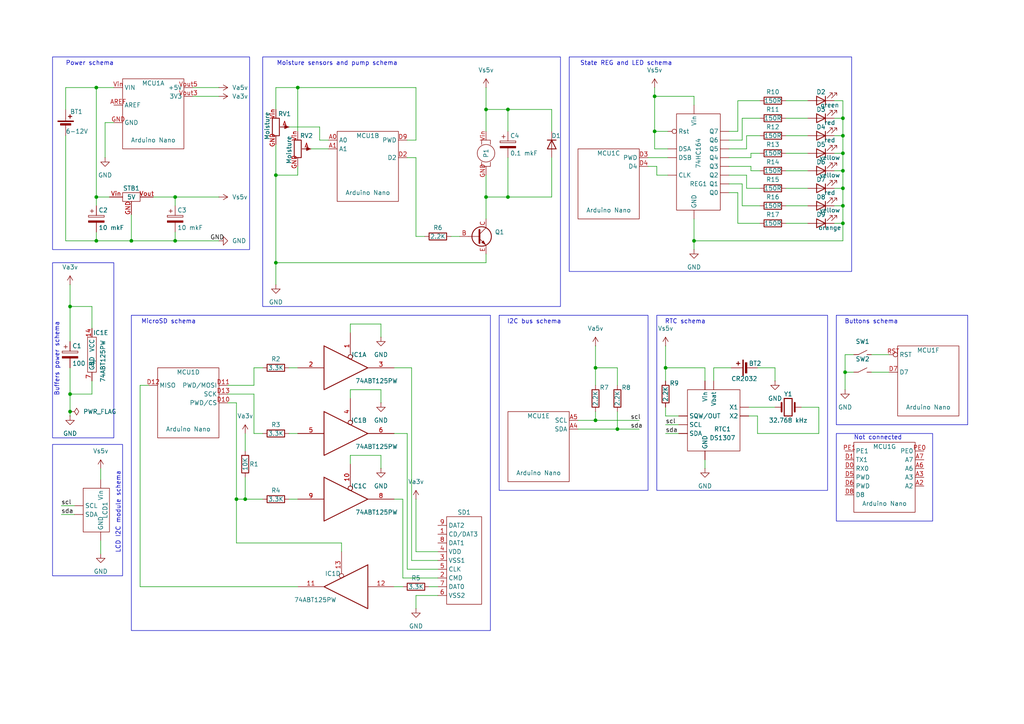
<source format=kicad_sch>
(kicad_sch (version 20250114) (generator "eeschema") (generator_version "9.0")
  (paper "A4")
  (title_block (title "AutoWater") (date "2026-01-17") (rev "0") (comment 2 "VlasovAnton"))
  (rectangle (start 165.1 16.51) (end 247.015 78.74))
  (rectangle (start 15.24 16.51) (end 72.39 72.39))
  (rectangle (start 144.78 91.44) (end 187.96 142.24))
  (rectangle (start 190.5 91.44) (end 240.03 142.24))
  (rectangle (start 76.2 16.51) (end 162.56 88.9))
  (rectangle (start 38.1 91.44) (end 142.24 182.88))
  (rectangle (start 242.57 125.73) (end 270.51 151.13))
  (rectangle (start 15.24 76.2) (end 33.02 127))
  (rectangle (start 15.24 128.905) (end 35.56 167.005))
  (rectangle (start 242.57 91.44) (end 280.67 123.19))
  (text "Power schema" (at 26.035 18.415 0) (effects (font (size 1.27 1.27))))
  (text "Buffers power schema" (at 16.51 104.14 90) (effects (font (size 1.27 1.27))))
  (text "Buttons schema" (at 252.73 93.345 0) (effects (font (size 1.27 1.27))))
  (text "RTC schema" (at 198.755 93.345 0) (effects (font (size 1.27 1.27))))
  (text "Moisture sensors and pump schema" (at 97.79 18.415 0) (effects (font (size 1.27 1.27))))
  (text "MicroSD schema" (at 48.895 93.345 0) (effects (font (size 1.27 1.27))))
  (text "State REG and LED schema" (at 181.61 18.415 0) (effects (font (size 1.27 1.27))))
  (text "LCD I2C module schema" (at 34.29 148.59 90) (effects (font (size 1.27 1.27))))
  (text "I2C bus schema" (at 154.94 93.345 0) (effects (font (size 1.27 1.27))))
  (text "Not connected" (at 254.635 127 0) (effects (font (size 1.27 1.27))))
  (junction (at 147.32 31.75))
  (junction (at 86.36 25.4))
  (junction (at 27.94 25.4))
  (junction (at 20.32 88.9))
  (junction (at 50.8 57.15))
  (junction (at 147.32 57.15))
  (junction (at 244.475 59.69))
  (junction (at 27.94 69.85))
  (junction (at 245.11 107.95))
  (junction (at 189.865 38.1))
  (junction (at 80.01 76.2))
  (junction (at 244.475 49.53))
  (junction (at 244.475 34.29))
  (junction (at 179.07 124.46))
  (junction (at 71.12 144.78))
  (junction (at 172.72 106.68))
  (junction (at 172.72 121.92))
  (junction (at 50.8 69.85))
  (junction (at 140.97 57.15))
  (junction (at 244.475 44.45))
  (junction (at 244.475 54.61))
  (junction (at 244.475 64.77))
  (junction (at 38.1 69.85))
  (junction (at 244.475 39.37))
  (junction (at 189.865 27.94))
  (junction (at 201.295 69.85))
  (junction (at 193.04 106.68))
  (junction (at 20.32 119.38))
  (junction (at 68.58 144.78))
  (junction (at 80.01 50.8))
  (junction (at 27.94 57.15))
  (junction (at 20.32 114.3))
  (junction (at 140.97 31.75))
  (wire (pts (xy 215.265 34.29) (xy 220.345 34.29)))
  (wire (pts (xy 68.58 157.48) (xy 68.58 144.78)))
  (wire (pts (xy 193.04 118.11) (xy 193.04 120.65)))
  (wire (pts (xy 252.73 102.87) (xy 257.81 102.87)))
  (wire (pts (xy 211.455 53.34) (xy 215.265 53.34)))
  (wire (pts (xy 29.21 135.89) (xy 29.21 139.065)))
  (wire (pts (xy 83.82 125.73) (xy 86.36 125.73)))
  (wire (pts (xy 33.02 35.56) (xy 30.48 35.56)))
  (wire (pts (xy 244.475 29.21) (xy 244.475 34.29)))
  (wire (pts (xy 118.11 125.73) (xy 118.11 165.1)))
  (wire (pts (xy 80.01 76.2) (xy 80.01 82.55)))
  (wire (pts (xy 227.965 39.37) (xy 234.315 39.37)))
  (wire (pts (xy 213.995 55.88) (xy 213.995 64.77)))
  (wire (pts (xy 244.475 59.69) (xy 244.475 64.77)))
  (wire (pts (xy 83.82 144.78) (xy 86.36 144.78)))
  (wire (pts (xy 245.11 107.95) (xy 247.65 107.95)))
  (wire (pts (xy 114.3 106.68) (xy 119.38 106.68)))
  (wire (pts (xy 20.32 119.38) (xy 20.32 120.65)))
  (wire (pts (xy 116.84 167.64) (xy 127 167.64)))
  (wire (pts (xy 114.3 144.78) (xy 116.84 144.78)))
  (wire (pts (xy 27.94 69.85) (xy 38.1 69.85)))
  (wire (pts (xy 119.38 162.56) (xy 127 162.56)))
  (wire (pts (xy 29.21 156.845) (xy 29.21 160.655)))
  (wire (pts (xy 227.965 54.61) (xy 234.315 54.61)))
  (wire (pts (xy 140.97 73.66) (xy 140.97 76.2)))
  (wire (pts (xy 160.02 38.1) (xy 160.02 31.75)))
  (wire (pts (xy 241.935 54.61) (xy 244.475 54.61)))
  (wire (pts (xy 227.965 59.69) (xy 234.315 59.69)))
  (wire (pts (xy 73.66 114.3) (xy 73.66 125.73)))
  (wire (pts (xy 213.995 64.77) (xy 220.345 64.77)))
  (wire (pts (xy 193.04 100.33) (xy 193.04 106.68)))
  (wire (pts (xy 227.965 64.77) (xy 234.315 64.77)))
  (wire (pts (xy 68.58 144.78) (xy 71.12 144.78)))
  (wire (pts (xy 19.05 69.85) (xy 27.94 69.85)))
  (wire (pts (xy 172.72 119.38) (xy 172.72 121.92)))
  (wire (pts (xy 160.02 45.72) (xy 160.02 57.15)))
  (wire (pts (xy 83.82 106.68) (xy 86.36 106.68)))
  (wire (pts (xy 71.12 138.43) (xy 71.12 144.78)))
  (wire (pts (xy 66.04 114.3) (xy 73.66 114.3)))
  (wire (pts (xy 213.995 38.1) (xy 211.455 38.1)))
  (wire (pts (xy 190.5 50.8) (xy 193.675 50.8)))
  (wire (pts (xy 50.8 57.15) (xy 63.5 57.15)))
  (wire (pts (xy 66.04 116.84) (xy 68.58 116.84)))
  (wire (pts (xy 189.865 38.1) (xy 189.865 43.18)))
  (wire (pts (xy 127 172.72) (xy 120.65 172.72)))
  (wire (pts (xy 26.67 88.9) (xy 20.32 88.9)))
  (wire (pts (xy 227.965 29.21) (xy 234.315 29.21)))
  (wire (pts (xy 20.32 82.55) (xy 20.32 88.9)))
  (wire (pts (xy 80.01 25.4) (xy 86.36 25.4)))
  (wire (pts (xy 99.06 160.02) (xy 99.06 157.48)))
  (wire (pts (xy 201.295 72.39) (xy 201.295 69.85)))
  (wire (pts (xy 237.49 125.73) (xy 237.49 118.11)))
  (wire (pts (xy 172.72 100.33) (xy 172.72 106.68)))
  (wire (pts (xy 110.49 93.98) (xy 110.49 97.79)))
  (wire (pts (xy 73.66 125.73) (xy 76.2 125.73)))
  (wire (pts (xy 147.32 31.75) (xy 160.02 31.75)))
  (wire (pts (xy 26.67 110.49) (xy 26.67 114.3)))
  (wire (pts (xy 216.535 50.8) (xy 216.535 54.61)))
  (wire (pts (xy 120.65 25.4) (xy 86.36 25.4)))
  (wire (pts (xy 201.295 69.85) (xy 244.475 69.85)))
  (wire (pts (xy 27.94 25.4) (xy 33.02 25.4)))
  (wire (pts (xy 147.32 45.72) (xy 147.32 57.15)))
  (wire (pts (xy 118.11 45.72) (xy 120.65 45.72)))
  (wire (pts (xy 124.46 170.18) (xy 127 170.18)))
  (wire (pts (xy 211.455 55.88) (xy 213.995 55.88)))
  (wire (pts (xy 27.94 67.31) (xy 27.94 69.85)))
  (wire (pts (xy 50.8 69.85) (xy 63.5 69.85)))
  (wire (pts (xy 179.07 124.46) (xy 185.42 124.46)))
  (wire (pts (xy 252.73 107.95) (xy 257.81 107.95)))
  (wire (pts (xy 19.05 25.4) (xy 27.94 25.4)))
  (wire (pts (xy 211.455 40.64) (xy 215.265 40.64)))
  (wire (pts (xy 193.04 106.68) (xy 193.04 110.49)))
  (wire (pts (xy 119.38 106.68) (xy 119.38 162.56)))
  (wire (pts (xy 114.3 125.73) (xy 118.11 125.73)))
  (wire (pts (xy 120.65 172.72) (xy 120.65 176.53)))
  (wire (pts (xy 118.11 165.1) (xy 127 165.1)))
  (wire (pts (xy 189.865 25.4) (xy 189.865 27.94)))
  (wire (pts (xy 179.07 106.68) (xy 179.07 111.76)))
  (wire (pts (xy 30.48 35.56) (xy 30.48 45.72)))
  (wire (pts (xy 193.04 125.73) (xy 196.85 125.73)))
  (wire (pts (xy 147.32 57.15) (xy 160.02 57.15)))
  (wire (pts (xy 116.84 144.78) (xy 116.84 167.64)))
  (wire (pts (xy 193.04 123.19) (xy 196.85 123.19)))
  (wire (pts (xy 50.8 57.15) (xy 50.8 59.69)))
  (wire (pts (xy 26.67 95.25) (xy 26.67 88.9)))
  (wire (pts (xy 232.41 118.11) (xy 237.49 118.11)))
  (wire (pts (xy 244.475 64.77) (xy 244.475 69.85)))
  (wire (pts (xy 204.47 110.49) (xy 204.47 106.68)))
  (wire (pts (xy 172.72 121.92) (xy 185.42 121.92)))
  (wire (pts (xy 27.94 57.15) (xy 27.94 59.69)))
  (wire (pts (xy 147.32 38.1) (xy 147.32 31.75)))
  (wire (pts (xy 241.935 49.53) (xy 244.475 49.53)))
  (wire (pts (xy 140.97 50.8) (xy 140.97 57.15)))
  (wire (pts (xy 216.535 54.61) (xy 220.345 54.61)))
  (wire (pts (xy 55.88 25.4) (xy 63.5 25.4)))
  (wire (pts (xy 211.455 48.26) (xy 217.805 48.26)))
  (wire (pts (xy 90.17 43.18) (xy 95.25 43.18)))
  (wire (pts (xy 217.805 44.45) (xy 217.805 45.72)))
  (wire (pts (xy 189.865 27.94) (xy 189.865 38.1)))
  (wire (pts (xy 211.455 50.8) (xy 216.535 50.8)))
  (wire (pts (xy 55.88 27.94) (xy 63.5 27.94)))
  (wire (pts (xy 241.935 64.77) (xy 244.475 64.77)))
  (wire (pts (xy 73.66 111.76) (xy 73.66 106.68)))
  (wire (pts (xy 27.94 25.4) (xy 27.94 57.15)))
  (wire (pts (xy 204.47 106.68) (xy 193.04 106.68)))
  (wire (pts (xy 212.09 106.68) (xy 207.01 106.68)))
  (wire (pts (xy 120.65 45.72) (xy 120.65 68.58)))
  (wire (pts (xy 140.97 57.15) (xy 140.97 63.5)))
  (wire (pts (xy 179.07 119.38) (xy 179.07 124.46)))
  (wire (pts (xy 80.01 25.4) (xy 80.01 31.75)))
  (wire (pts (xy 110.49 132.08) (xy 110.49 135.89)))
  (wire (pts (xy 140.97 31.75) (xy 140.97 38.1)))
  (wire (pts (xy 172.72 111.76) (xy 172.72 106.68)))
  (wire (pts (xy 215.265 59.69) (xy 220.345 59.69)))
  (wire (pts (xy 227.965 49.53) (xy 234.315 49.53)))
  (wire (pts (xy 86.36 48.26) (xy 86.36 50.8)))
  (wire (pts (xy 120.65 40.64) (xy 120.65 25.4)))
  (wire (pts (xy 215.265 53.34) (xy 215.265 59.69)))
  (wire (pts (xy 120.65 144.78) (xy 120.65 160.02)))
  (wire (pts (xy 31.75 57.15) (xy 27.94 57.15)))
  (wire (pts (xy 120.65 68.58) (xy 123.19 68.58)))
  (wire (pts (xy 207.01 106.68) (xy 207.01 110.49)))
  (wire (pts (xy 44.45 57.15) (xy 50.8 57.15)))
  (wire (pts (xy 245.11 102.87) (xy 245.11 107.95)))
  (wire (pts (xy 101.6 96.52) (xy 101.6 93.98)))
  (wire (pts (xy 187.96 48.26) (xy 190.5 48.26)))
  (wire (pts (xy 241.935 29.21) (xy 244.475 29.21)))
  (wire (pts (xy 110.49 113.03) (xy 110.49 116.84)))
  (wire (pts (xy 217.805 48.26) (xy 217.805 49.53)))
  (wire (pts (xy 20.32 106.68) (xy 20.32 114.3)))
  (wire (pts (xy 241.935 34.29) (xy 244.475 34.29)))
  (wire (pts (xy 73.66 106.68) (xy 76.2 106.68)))
  (wire (pts (xy 217.17 120.65) (xy 219.71 120.65)))
  (wire (pts (xy 66.04 111.76) (xy 73.66 111.76)))
  (wire (pts (xy 172.72 106.68) (xy 179.07 106.68)))
  (wire (pts (xy 193.675 43.18) (xy 189.865 43.18)))
  (wire (pts (xy 38.1 69.85) (xy 50.8 69.85)))
  (wire (pts (xy 71.12 144.78) (xy 76.2 144.78)))
  (wire (pts (xy 101.6 115.57) (xy 101.6 113.03)))
  (wire (pts (xy 187.96 45.72) (xy 193.675 45.72)))
  (wire (pts (xy 80.01 41.91) (xy 80.01 50.8)))
  (wire (pts (xy 86.36 25.4) (xy 86.36 38.1)))
  (wire (pts (xy 196.85 120.65) (xy 193.04 120.65)))
  (wire (pts (xy 189.865 27.94) (xy 201.295 27.94)))
  (wire (pts (xy 224.79 106.68) (xy 224.79 110.49)))
  (wire (pts (xy 101.6 132.08) (xy 110.49 132.08)))
  (wire (pts (xy 80.01 76.2) (xy 140.97 76.2)))
  (wire (pts (xy 190.5 48.26) (xy 190.5 50.8)))
  (wire (pts (xy 118.11 40.64) (xy 120.65 40.64)))
  (wire (pts (xy 201.295 27.94) (xy 201.295 30.48)))
  (wire (pts (xy 68.58 116.84) (xy 68.58 144.78)))
  (wire (pts (xy 130.81 68.58) (xy 133.35 68.58)))
  (wire (pts (xy 38.1 62.23) (xy 38.1 69.85)))
  (wire (pts (xy 213.995 38.1) (xy 213.995 29.21)))
  (wire (pts (xy 244.475 54.61) (xy 244.475 59.69)))
  (wire (pts (xy 40.64 111.76) (xy 40.64 170.18)))
  (wire (pts (xy 92.71 36.83) (xy 92.71 40.64)))
  (wire (pts (xy 80.01 50.8) (xy 80.01 76.2)))
  (wire (pts (xy 50.8 67.31) (xy 50.8 69.85)))
  (wire (pts (xy 71.12 125.73) (xy 71.12 130.81)))
  (wire (pts (xy 217.805 44.45) (xy 220.345 44.45)))
  (wire (pts (xy 19.05 25.4) (xy 19.05 31.75)))
  (wire (pts (xy 43.18 111.76) (xy 40.64 111.76)))
  (wire (pts (xy 127 160.02) (xy 120.65 160.02)))
  (wire (pts (xy 216.535 39.37) (xy 220.345 39.37)))
  (wire (pts (xy 227.965 44.45) (xy 234.315 44.45)))
  (wire (pts (xy 217.805 49.53) (xy 220.345 49.53)))
  (wire (pts (xy 167.64 121.92) (xy 172.72 121.92)))
  (wire (pts (xy 219.71 106.68) (xy 224.79 106.68)))
  (wire (pts (xy 99.06 157.48) (xy 68.58 157.48)))
  (wire (pts (xy 244.475 44.45) (xy 244.475 49.53)))
  (wire (pts (xy 17.78 149.225) (xy 21.59 149.225)))
  (wire (pts (xy 19.05 39.37) (xy 19.05 69.85)))
  (wire (pts (xy 247.65 102.87) (xy 245.11 102.87)))
  (wire (pts (xy 244.475 39.37) (xy 244.475 44.45)))
  (wire (pts (xy 216.535 39.37) (xy 216.535 43.18)))
  (wire (pts (xy 211.455 45.72) (xy 217.805 45.72)))
  (wire (pts (xy 241.935 59.69) (xy 244.475 59.69)))
  (wire (pts (xy 193.675 38.1) (xy 189.865 38.1)))
  (wire (pts (xy 227.965 34.29) (xy 234.315 34.29)))
  (wire (pts (xy 244.475 34.29) (xy 244.475 39.37)))
  (wire (pts (xy 101.6 113.03) (xy 110.49 113.03)))
  (wire (pts (xy 147.32 57.15) (xy 140.97 57.15)))
  (wire (pts (xy 40.64 170.18) (xy 86.36 170.18)))
  (wire (pts (xy 101.6 134.62) (xy 101.6 132.08)))
  (wire (pts (xy 140.97 31.75) (xy 147.32 31.75)))
  (wire (pts (xy 80.01 50.8) (xy 86.36 50.8)))
  (wire (pts (xy 114.3 170.18) (xy 116.84 170.18)))
  (wire (pts (xy 241.935 44.45) (xy 244.475 44.45)))
  (wire (pts (xy 20.32 114.3) (xy 26.67 114.3)))
  (wire (pts (xy 219.71 120.65) (xy 219.71 125.73)))
  (wire (pts (xy 219.71 125.73) (xy 237.49 125.73)))
  (wire (pts (xy 167.64 124.46) (xy 179.07 124.46)))
  (wire (pts (xy 211.455 43.18) (xy 216.535 43.18)))
  (wire (pts (xy 244.475 49.53) (xy 244.475 54.61)))
  (wire (pts (xy 217.17 118.11) (xy 224.79 118.11)))
  (wire (pts (xy 241.935 39.37) (xy 244.475 39.37)))
  (wire (pts (xy 213.995 29.21) (xy 220.345 29.21)))
  (wire (pts (xy 245.11 107.95) (xy 245.11 113.03)))
  (wire (pts (xy 20.32 114.3) (xy 20.32 119.38)))
  (wire (pts (xy 204.47 133.35) (xy 204.47 135.89)))
  (wire (pts (xy 101.6 93.98) (xy 110.49 93.98)))
  (wire (pts (xy 140.97 25.4) (xy 140.97 31.75)))
  (wire (pts (xy 201.295 63.5) (xy 201.295 69.85)))
  (wire (pts (xy 17.78 146.685) (xy 21.59 146.685)))
  (wire (pts (xy 20.32 88.9) (xy 20.32 99.06)))
  (wire (pts (xy 215.265 40.64) (xy 215.265 34.29)))
  (wire (pts (xy 83.82 36.83) (xy 92.71 36.83)))
  (wire (pts (xy 92.71 40.64) (xy 95.25 40.64)))
  (label "scl" (at 182.88 121.92 0))
  (label "sda" (at 182.88 124.46 0))
  (label "sda" (at 193.04 125.73 0))
  (label "scl" (at 193.04 123.19 0))
  (label "scl" (at 17.78 146.685 0))
  (label "GND" (at 60.96 69.85 0))
  (label "sda" (at 17.78 149.225 0))
  (symbol (lib_name "Resistor_7") (lib_id "AutoWater:Resistor") (at 193.04 114.3 270) (unit 1)
    (property "Reference" "R9" (at 195.58 111.125 90))
    (property "Value" "2.2K" (at 193.04 114.3 0))
    (property "Footprint" "AutoWater:Resistor Yageo SMD 1206" (effects (hide yes)))
    (property "Datasheet" "https://www.chipdip.ru/product/ac1206jr-072k2l-yageo-8002030474" (effects (hide yes)))
    (property "Description" "Resistor" (effects (hide yes)))
  )
  (symbol (lib_id "AutoWater:Va5v") (at 63.5 25.4 270) (unit 1)
    (property "Reference" "#PWR06" (effects (hide yes)))
    (property "Value" "Va5v" (at 67.31 25.3999 90) (effects (justify left)))
    (property "Description" "Power symbol creates a global label with name \"Va5v\"" (effects (hide yes)))
  )
  (symbol (lib_name "LED_1") (lib_id "AutoWater:LED") (at 238.125 44.45 0) (unit 1)
    (property "Reference" "D5" (at 238.125 41.91 0))
    (property "Value" "yellow" (at 240.665 45.72 0))
    (property "Footprint" "AutoWater:LED 3mm" (effects (hide yes)))
    (property "Datasheet" "https://www.chipdip.ru/product/gnl-3014yd-svetodiod-zheltyy-60-d-3mm-15mkd-585nm-g-nor-9000422962" (effects (hide yes)))
    (property "Description" "Light emitting diode" (effects (hide yes)))
  )
  (symbol (lib_id "AutoWater:Vs5v") (at 29.21 135.89 0) (unit 1)
    (property "Reference" "#PWR03" (effects (hide yes)))
    (property "Value" "Vs5v" (at 29.21 130.81 0))
    (property "Description" "Power symbol creates a global label with name \"Vs5v\"" (effects (hide yes)))
  )
  (symbol (lib_id "AutoWater:74ABT125PW") (at 99.06 170.18 0) (mirror y) (unit 4) (exclude_from_sim yes)
    (property "Reference" "IC1" (at 96.52 166.37 0))
    (property "Value" "74ABT125PW" (at 91.44 173.99 0))
    (property "Footprint" "AutoWater:Buffers TSSOP-14" (effects (hide yes)))
    (property "Datasheet" "https://www.chipdip.ru/product/74abt125pw-118-chetyre-bufernyh-elementa-drayvera-nexperia-9000771662" (effects (hide yes)))
  )
  (symbol (lib_name "Resistor_4") (lib_id "AutoWater:Resistor") (at 80.01 125.73 0) (unit 1)
    (property "Reference" "R3" (at 80.01 123.19 0))
    (property "Value" "3.3K" (at 80.01 125.73 0))
    (property "Footprint" "AutoWater:Resistor Yageo SMD 0805" (effects (hide yes)))
    (property "Datasheet" "https://www.chipdip.ru/product/rc0805fr-103k3l-yageo-8002004125" (effects (hide yes)))
    (property "Description" "Resistor" (effects (hide yes)))
  )
  (symbol (lib_id "power:GND") (at 63.5 69.85 90) (unit 1)
    (property "Reference" "#PWR09" (effects (hide yes)))
    (property "Value" "GND" (at 67.31 69.8499 90) (effects (justify right)))
    (property "Description" "Power symbol creates a global label with name \"GND\" , ground" (effects (hide yes)))
  )
  (symbol (lib_name "LED_1") (lib_id "AutoWater:LED") (at 238.125 29.21 0) (unit 1)
    (property "Reference" "D2" (at 238.125 26.67 0))
    (property "Value" "green" (at 240.665 30.48 0))
    (property "Footprint" "AutoWater:LED 3mm" (effects (hide yes)))
    (property "Datasheet" "https://www.chipdip.ru/product/gnl-3014gd-svetodiod-zelenyy-60-d-3mm-30-50mkd-565nm-g-nor-9000422961" (effects (hide yes)))
    (property "Description" "Light emitting diode" (effects (hide yes)))
  )
  (symbol (lib_id "AutoWater:Arduino Nano V3 Type-C parts") (at 260.35 100.33 0) (unit 6)
    (property "Reference" "MCU1" (at 269.24 101.6 0))
    (property "Value" "Arduino Nano" (at 269.24 118.11 0))
    (property "Footprint" "AutoWater:Arduino Nano V3 Type C PBS" (effects (hide yes)))
    (property "Description" "Arduino Nano V3 Type-C" (effects (hide yes)))
  )
  (symbol (lib_id "power:GND") (at 110.49 135.89 0) (unit 1)
    (property "Reference" "#PWR014" (effects (hide yes)))
    (property "Value" "GND" (at 110.49 140.97 0))
    (property "Description" "Power symbol creates a global label with name \"GND\" , ground" (effects (hide yes)))
  )
  (symbol (lib_id "AutoWater:74ABT125PW") (at 101.6 106.68 0) (unit 1) (exclude_from_sim yes)
    (property "Reference" "IC1" (at 104.14 102.87 0))
    (property "Value" "74ABT125PW" (at 109.22 110.49 0))
    (property "Footprint" "AutoWater:Buffers TSSOP-14" (effects (hide yes)))
    (property "Datasheet" "https://www.chipdip.ru/product/74abt125pw-118-chetyre-bufernyh-elementa-drayvera-nexperia-9000771662" (effects (hide yes)))
  )
  (symbol (lib_id "AutoWater:Vs5v") (at 140.97 25.4 0) (unit 1)
    (property "Reference" "#PWR017" (effects (hide yes)))
    (property "Value" "Vs5v" (at 140.97 20.32 0))
    (property "Description" "Power symbol creates a global label with name \"Vs5v\"" (effects (hide yes)))
  )
  (symbol (lib_name "Capacitor_1") (lib_id "AutoWater:Capacitor") (at 27.94 63.5 0) (unit 1)
    (property "Reference" "C2" (at 28.575 60.96 0) (effects (justify left)))
    (property "Value" "10 mkF" (at 28.575 66.04 0) (effects (justify left)))
    (property "Footprint" "AutoWater:Capacitor Murata SMD 0603" (effects (hide yes)))
    (property "Datasheet" "https://www.chipdip.ru/product/10-mkf-x5r-25v-0603-grm188r61e106ka73d-kondensator-murata-9000600378" (effects (hide yes)))
    (property "Description" "Capacitor" (effects (hide yes)))
  )
  (symbol (lib_name "Resistor_4") (lib_id "AutoWater:Resistor") (at 120.65 170.18 0) (unit 1)
    (property "Reference" "R5" (at 120.65 167.64 0))
    (property "Value" "3.3K" (at 120.65 170.18 0))
    (property "Footprint" "AutoWater:Resistor Yageo SMD 0805" (effects (hide yes)))
    (property "Datasheet" "https://www.chipdip.ru/product/rc0805fr-103k3l-yageo-8002004125" (effects (hide yes)))
    (property "Description" "Resistor" (effects (hide yes)))
  )
  (symbol (lib_id "AutoWater:Power") (at 19.05 35.56 270) (unit 1)
    (property "Reference" "BT1" (at 20.32 32.385 90) (effects (justify left)))
    (property "Value" "6-12V" (at 19.05 38.1 90) (effects (justify left)))
    (property "Footprint" "AutoWater:Connector 5.5x2.1 DS-201" (effects (hide yes)))
    (property "Datasheet" "https://www.chipdip.ru/product/ds-201-gnezdo-pitaniya-2-1x5-5mm-na-platu-dragon-city-289923115" (effects (hide yes)))
    (property "Description" "Power" (effects (hide yes)))
  )
  (symbol (lib_name "Resistor_2") (lib_id "AutoWater:Resistor") (at 224.155 59.69 0) (unit 1)
    (property "Reference" "R16" (at 224.155 57.15 0))
    (property "Value" "150R" (at 224.155 59.69 0))
    (property "Footprint" "AutoWater:Resistor Yageo SMD 1206" (effects (hide yes)))
    (property "Datasheet" "https://www.chipdip.ru/product/ac1206fr-07150rl-yageo-8002025520" (effects (hide yes)))
    (property "Description" "Resistor" (effects (hide yes)))
  )
  (symbol (lib_name "LED_1") (lib_id "AutoWater:LED") (at 238.125 49.53 0) (unit 1)
    (property "Reference" "D6" (at 238.125 46.99 0))
    (property "Value" "yellow" (at 240.665 50.8 0))
    (property "Footprint" "AutoWater:LED 3mm" (effects (hide yes)))
    (property "Datasheet" "https://www.chipdip.ru/product/gnl-3014yd-svetodiod-zheltyy-60-d-3mm-15mkd-585nm-g-nor-9000422962" (effects (hide yes)))
    (property "Description" "Light emitting diode" (effects (hide yes)))
  )
  (symbol (lib_name "Resistor_2") (lib_id "AutoWater:Resistor") (at 224.155 64.77 0) (unit 1)
    (property "Reference" "R17" (at 224.155 62.23 0))
    (property "Value" "150R" (at 224.155 64.77 0))
    (property "Footprint" "AutoWater:Resistor Yageo SMD 1206" (effects (hide yes)))
    (property "Datasheet" "https://www.chipdip.ru/product/ac1206fr-07150rl-yageo-8002025520" (effects (hide yes)))
    (property "Description" "Resistor" (effects (hide yes)))
  )
  (symbol (lib_name "Resistor_2") (lib_id "AutoWater:Resistor") (at 224.155 39.37 0) (unit 1)
    (property "Reference" "R12" (at 224.155 36.83 0))
    (property "Value" "150R" (at 224.155 39.37 0))
    (property "Footprint" "AutoWater:Resistor Yageo SMD 1206" (effects (hide yes)))
    (property "Datasheet" "https://www.chipdip.ru/product/ac1206fr-07150rl-yageo-8002025520" (effects (hide yes)))
    (property "Description" "Resistor" (effects (hide yes)))
  )
  (symbol (lib_name "Resistor_2") (lib_id "AutoWater:Resistor") (at 224.155 49.53 0) (unit 1)
    (property "Reference" "R14" (at 224.155 46.99 0))
    (property "Value" "150R" (at 224.155 49.53 0))
    (property "Footprint" "AutoWater:Resistor Yageo SMD 1206" (effects (hide yes)))
    (property "Datasheet" "https://www.chipdip.ru/product/ac1206fr-07150rl-yageo-8002025520" (effects (hide yes)))
    (property "Description" "Resistor" (effects (hide yes)))
  )
  (symbol (lib_name "LED_1") (lib_id "AutoWater:LED") (at 238.125 64.77 0) (unit 1)
    (property "Reference" "D9" (at 238.125 62.23 0))
    (property "Value" "orange" (at 240.665 66.04 0))
    (property "Footprint" "AutoWater:LED 3mm" (effects (hide yes)))
    (property "Datasheet" "https://www.chipdip.ru/product/gnl-3014uec-svetodiod-oranzhevyy-25-d-3mm-150mkd-g-nor-9000423001" (effects (hide yes)))
    (property "Description" "Light emitting diode" (effects (hide yes)))
  )
  (symbol (lib_name "Stabalizer voltage_1") (lib_id "AutoWater:Stabalizer voltage") (at 38.1 57.15 0) (unit 1)
    (property "Reference" "STB1" (at 38.1 54.61 0))
    (property "Value" "5V" (at 38.1 57.15 0))
    (property "Footprint" "AutoWater:Stabilizer 5V AMS1117-5.0S SMD" (effects (hide yes)))
    (property "Datasheet" "https://www.chipdip.ru/product/ams1117-5.0s-stabilizator-napryazheniya-5v-1a-sot-89-umw-9001333446" (effects (hide yes)))
    (property "Description" "Stabilizer voltage" (effects (hide yes)))
  )
  (symbol (lib_id "AutoWater:Vs5v") (at 189.865 25.4 0) (unit 1)
    (property "Reference" "#PWR019" (effects (hide yes)))
    (property "Value" "Vs5v" (at 189.865 20.32 0))
    (property "Description" "Power symbol creates a global label with name \"Vs5v\"" (effects (hide yes)))
  )
  (symbol (lib_id "AutoWater:Arduino Nano V3 Type-C parts") (at 45.72 106.68 0) (unit 4)
    (property "Reference" "MCU1" (at 54.61 107.95 0))
    (property "Value" "Arduino Nano" (at 54.61 124.46 0))
    (property "Footprint" "AutoWater:Arduino Nano V3 Type C PBS" (effects (hide yes)))
    (property "Description" "Arduino Nano V3 Type-C" (effects (hide yes)))
  )
  (symbol (lib_id "AutoWater:74ABT125PW") (at 26.67 102.87 0) (unit 5) (exclude_from_sim yes)
    (property "Reference" "IC1" (at 29.21 96.52 0))
    (property "Value" "74ABT125PW" (at 29.845 104.775 90))
    (property "Footprint" "AutoWater:Buffers TSSOP-14" (effects (hide yes)))
    (property "Datasheet" "https://www.chipdip.ru/product/74abt125pw-118-chetyre-bufernyh-elementa-drayvera-nexperia-9000771662" (effects (hide yes)))
  )
  (symbol (lib_id "power:GND") (at 110.49 97.79 0) (unit 1)
    (property "Reference" "#PWR012" (effects (hide yes)))
    (property "Value" "GND" (at 110.49 102.87 0))
    (property "Description" "Power symbol creates a global label with name \"GND\" , ground" (effects (hide yes)))
  )
  (symbol (lib_id "AutoWater:Diode") (at 160.02 41.91 270) (unit 1)
    (property "Reference" "D1" (at 161.29 39.37 90))
    (property "Value" "1N4001G" (effects (hide yes)))
    (property "Footprint" "AutoWater:DIode 1N4001G THT min" (effects (hide yes)))
    (property "Datasheet" "https://www.chipdip.ru/product/1n4001g-on-semiconductor-8002986002" (effects (hide yes)))
    (property "Description" "Diode" (effects (hide yes)))
    (property "Sim.Device" "D" (effects (hide yes)))
    (property "Sim.Pins" "1=K 2=A" (effects (hide yes)))
  )
  (symbol (lib_name "Transistor NPN_1") (lib_id "AutoWater:Transistor NPN") (at 138.43 68.58 0) (unit 1)
    (property "Reference" "Q1" (at 143.51 67.31 0) (effects (justify left)))
    (property "Value" "BC817-25" (effects (hide yes)))
    (property "Footprint" "AutoWater:NPN transistor BC817-25" (effects (hide yes)))
    (property "Datasheet" "https://www.chipdip.ru/product/bc817-25-215-tranzistor-npn-45v-0.5a-0.31vt-sot-23-nexperia-113261264" (effects (hide yes)))
    (property "Description" "NPN bipolar junction transistor" (effects (hide yes)))
  )
  (symbol (lib_id "power:GND") (at 245.11 113.03 0) (unit 1)
    (property "Reference" "#PWR024" (effects (hide yes)))
    (property "Value" "GND" (at 245.11 118.11 0))
    (property "Description" "Power symbol creates a global label with name \"GND\" , ground" (effects (hide yes)))
  )
  (symbol (lib_id "power:GND") (at 80.01 82.55 0) (unit 1)
    (property "Reference" "#PWR011" (effects (hide yes)))
    (property "Value" "GND" (at 80.01 87.63 0))
    (property "Description" "Power symbol creates a global label with name \"GND\" , ground" (effects (hide yes)))
  )
  (symbol (lib_id "power:GND") (at 204.47 135.89 0) (unit 1)
    (property "Reference" "#PWR022" (effects (hide yes)))
    (property "Value" "GND" (at 204.47 140.97 0))
    (property "Description" "Power symbol creates a global label with name \"GND\" , ground" (effects (hide yes)))
  )
  (symbol (lib_name "Button_1") (lib_id "AutoWater:Button") (at 250.19 102.87 0) (unit 1)
    (property "Reference" "SW1" (at 250.19 99.06 0))
    (property "Value" "Button" (effects (hide yes)))
    (property "Footprint" "AutoWater:PLS-2" (effects (hide yes)))
    (property "Description" "Button" (effects (hide yes)))
  )
  (symbol (lib_id "AutoWater:Arduino Nano V3 Type-C parts") (at 147.32 119.38 0) (unit 5)
    (property "Reference" "MCU1" (at 156.21 120.65 0))
    (property "Value" "Arduino Nano" (at 156.21 137.16 0))
    (property "Footprint" "AutoWater:Arduino Nano V3 Type C PBS" (effects (hide yes)))
    (property "Description" "Arduino Nano V3 Type-C" (effects (hide yes)))
  )
  (symbol (lib_id "AutoWater:LCD I2C module") (at 24.13 141.605 0) (unit 1)
    (property "Reference" "LCD1" (at 30.48 147.955 90))
    (property "Value" "LCD I2C module" (effects (hide yes)))
    (property "Footprint" "AutoWater:PLS-4" (effects (hide yes)))
    (property "Datasheet" "https://roboshop.spb.ru/display/simvolnye-displei/1602-konverter" (effects (hide yes)))
  )
  (symbol (lib_id "AutoWater:Vs5v") (at 63.5 57.15 270) (unit 1)
    (property "Reference" "#PWR08" (effects (hide yes)))
    (property "Value" "Vs5v" (at 67.31 57.1499 90) (effects (justify left)))
    (property "Description" "Power symbol creates a global label with name \"Vs5v\"" (effects (hide yes)))
  )
  (symbol (lib_name "RTC DS1307_1") (lib_id "AutoWater:RTC DS1307") (at 199.39 113.03 0) (unit 1)
    (property "Reference" "RTC1" (at 209.55 124.46 0))
    (property "Value" "DS1307" (at 209.55 127 0))
    (property "Footprint" "AutoWater:RTC DS1307 DIP" (effects (hide yes)))
    (property "Datasheet" "https://roboshop.spb.ru/radio/mikroskhemy/real-time-clock/ds1307" (effects (hide yes)))
    (property "Description" "Real Time Clock DS1307" (effects (hide yes)))
  )
  (symbol (lib_name "Shift register_1") (lib_id "AutoWater:Shift register") (at 196.215 33.02 0) (unit 1)
    (property "Reference" "REG1" (at 202.565 53.34 0))
    (property "Value" "74HC164" (at 202.565 44.45 90))
    (property "Footprint" "AutoWater:Register 74HC164M SOP-14" (effects (hide yes)))
    (property "Datasheet" "https://www.chipdip.ru/product/74hc164m-tr-8-bit-posledovatelnyy-sdvigovyy-registr-hgsemi-9001240838" (effects (hide yes)))
    (property "Description" "Shift register 8 bit" (effects (hide yes)))
  )
  (symbol (lib_id "power:GND") (at 120.65 176.53 0) (unit 1)
    (property "Reference" "#PWR016" (effects (hide yes)))
    (property "Value" "GND" (at 120.65 181.61 0))
    (property "Description" "Power symbol creates a global label with name \"GND\" , ground" (effects (hide yes)))
  )
  (symbol (lib_id "power:GND") (at 30.48 45.72 0) (unit 1)
    (property "Reference" "#PWR05" (effects (hide yes)))
    (property "Value" "GND" (at 30.48 50.8 0))
    (property "Description" "Power symbol creates a global label with name \"GND\" , ground" (effects (hide yes)))
  )
  (symbol (lib_id "AutoWater:Va3v") (at 120.65 144.78 0) (unit 1)
    (property "Reference" "#PWR015" (effects (hide yes)))
    (property "Value" "Va3v" (at 120.65 139.7 0))
    (property "Description" "Power symbol creates a global label with name \"Va3v\"" (effects (hide yes)))
  )
  (symbol (lib_name "Capacitor_1") (lib_id "AutoWater:Capacitor") (at 50.8 63.5 0) (unit 1)
    (property "Reference" "C3" (at 51.435 60.96 0) (effects (justify left)))
    (property "Value" "10 mkF" (at 51.435 66.04 0) (effects (justify left)))
    (property "Footprint" "AutoWater:Capacitor Murata SMD 0603" (effects (hide yes)))
    (property "Datasheet" "https://www.chipdip.ru/product/10-mkf-x5r-25v-0603-grm188r61e106ka73d-kondensator-murata-9000600378" (effects (hide yes)))
    (property "Description" "Capacitor" (effects (hide yes)))
  )
  (symbol (lib_name "Resistor_2") (lib_id "AutoWater:Resistor") (at 224.155 34.29 0) (unit 1)
    (property "Reference" "R11" (at 224.155 31.75 0))
    (property "Value" "150R" (at 224.155 34.29 0))
    (property "Footprint" "AutoWater:Resistor Yageo SMD 1206" (effects (hide yes)))
    (property "Datasheet" "https://www.chipdip.ru/product/ac1206fr-07150rl-yageo-8002025520" (effects (hide yes)))
    (property "Description" "Resistor" (effects (hide yes)))
  )
  (symbol (lib_id "AutoWater:74ABT125PW") (at 101.6 144.78 0) (unit 3) (exclude_from_sim yes)
    (property "Reference" "IC1" (at 104.14 140.97 0))
    (property "Value" "74ABT125PW" (at 109.22 148.59 0))
    (property "Footprint" "AutoWater:Buffers TSSOP-14" (effects (hide yes)))
    (property "Datasheet" "https://www.chipdip.ru/product/74abt125pw-118-chetyre-bufernyh-elementa-drayvera-nexperia-9000771662" (effects (hide yes)))
  )
  (symbol (lib_id "power:GND") (at 224.79 110.49 0) (unit 1)
    (property "Reference" "#PWR023" (effects (hide yes)))
    (property "Value" "GND" (at 224.79 115.57 0))
    (property "Description" "Power symbol creates a global label with name \"GND\" , ground" (effects (hide yes)))
  )
  (symbol (lib_name "Button_1") (lib_id "AutoWater:Button") (at 250.19 107.95 0) (unit 1)
    (property "Reference" "SW2" (at 250.19 104.14 0))
    (property "Value" "Button" (effects (hide yes)))
    (property "Footprint" "AutoWater:PLS-2" (effects (hide yes)))
    (property "Description" "Button" (effects (hide yes)))
  )
  (symbol (lib_name "Resistor_1") (lib_id "AutoWater:Resistor") (at 127 68.58 0) (unit 1)
    (property "Reference" "R6" (at 127 66.04 0))
    (property "Value" "2.2K" (at 127 68.58 0))
    (property "Footprint" "AutoWater:Resistor Yageo SMD 1206" (effects (hide yes)))
    (property "Datasheet" "https://www.chipdip.ru/product/ac1206jr-072k2l-yageo-8002030474" (effects (hide yes)))
    (property "Description" "Resistor" (effects (hide yes)))
  )
  (symbol (lib_id "AutoWater:74ABT125PW") (at 101.6 125.73 0) (unit 2) (exclude_from_sim yes)
    (property "Reference" "IC1" (at 104.14 121.92 0))
    (property "Value" "74ABT125PW" (at 109.22 129.54 0))
    (property "Footprint" "AutoWater:Buffers TSSOP-14" (effects (hide yes)))
    (property "Datasheet" "https://www.chipdip.ru/product/74abt125pw-118-chetyre-bufernyh-elementa-drayvera-nexperia-9000771662" (effects (hide yes)))
  )
  (symbol (lib_id "power:GND") (at 201.295 72.39 0) (unit 1)
    (property "Reference" "#PWR021" (effects (hide yes)))
    (property "Value" "GND" (at 201.295 77.47 0))
    (property "Description" "Power symbol creates a global label with name \"GND\" , ground" (effects (hide yes)))
  )
  (symbol (lib_id "AutoWater:Arduino Nano V3 Type-C parts") (at 97.79 38.1 0) (unit 2)
    (property "Reference" "MCU1" (at 106.68 39.37 0))
    (property "Value" "Arduino Nano" (at 106.68 55.88 0))
    (property "Footprint" "AutoWater:Arduino Nano V3 Type C PBS" (effects (hide yes)))
    (property "Description" "Arduino Nano V3 Type-C" (effects (hide yes)))
  )
  (symbol (lib_id "AutoWater:Sensor module") (at 86.36 43.18 0) (unit 1)
    (property "Reference" "RV2" (at 88.9 39.37 0))
    (property "Value" "Moisture" (at 83.82 39.37 90) (effects (justify right)))
    (property "Footprint" "AutoWater:PLS-3" (effects (hide yes)))
    (property "Description" "Sensor" (effects (hide yes)))
  )
  (symbol (lib_name "Capacitor_3") (lib_id "AutoWater:Capacitor") (at 147.32 41.91 0) (unit 1)
    (property "Reference" "C4" (at 147.955 39.37 0) (effects (justify left)))
    (property "Value" "0.1 mkF" (at 147.955 44.45 0) (effects (justify left)))
    (property "Footprint" "AutoWater:Capacitor Murata SMD 0402" (effects (hide yes)))
    (property "Datasheet" "https://www.chipdip.ru/product/0.1-mkf-x7r-25v-10-0402-grm155r71e104ke14d-murata-9000295904" (effects (hide yes)))
    (property "Description" "Capacitor" (effects (hide yes)))
  )
  (symbol (lib_id "AutoWater:Sensor module") (at 80.01 36.83 0) (unit 1)
    (property "Reference" "RV1" (at 82.55 33.02 0))
    (property "Value" "Moisture" (at 77.47 32.385 90) (effects (justify right)))
    (property "Footprint" "AutoWater:PLS-3" (effects (hide yes)))
    (property "Description" "Moisture sensor" (effects (hide yes)))
  )
  (symbol (lib_name "Pump_1") (lib_id "AutoWater:Pump") (at 140.97 44.45 270) (unit 1)
    (property "Reference" "P1" (at 140.97 44.45 0))
    (property "Value" "Pump" (effects (hide yes)))
    (property "Footprint" "AutoWater:Connector B2B-XH-A" (effects (hide yes)))
    (property "Datasheet" "https://roboshop.spb.ru/mechanics/pompy/small-water-pomp" (effects (hide yes)))
    (property "Description" "Water pump 5V" (effects (hide yes)))
  )
  (symbol (lib_id "power:PWR_FLAG") (at 20.32 119.38 270) (unit 1)
    (property "Reference" "#FLG01" (effects (hide yes)))
    (property "Value" "PWR_FLAG" (at 24.13 119.3799 90) (effects (justify left)))
    (property "Description" "Special symbol for telling ERC where power comes from" (effects (hide yes)))
  )
  (symbol (lib_name "Power_1") (lib_id "AutoWater:Power") (at 215.9 106.68 0) (unit 1)
    (property "Reference" "BT2" (at 217.17 105.41 0) (effects (justify left)))
    (property "Value" "CR2032" (at 212.09 109.855 0) (effects (justify left)))
    (property "Footprint" "AutoWater:Batary box CR2032" (effects (hide yes)))
    (property "Datasheet" "https://www.chipdip.ru/product/l-kls5-cr2032-11-panel-bat-2032-bth-v47-20-kls-8040391090" (effects (hide yes)))
    (property "Description" "Power" (effects (hide yes)))
  )
  (symbol (lib_id "AutoWater:Vs5v") (at 193.04 100.33 0) (unit 1)
    (property "Reference" "#PWR020" (effects (hide yes)))
    (property "Value" "Vs5v" (at 193.04 95.25 0))
    (property "Description" "Power symbol creates a global label with name \"Vs5v\"" (effects (hide yes)))
  )
  (symbol (lib_name "LED_2") (lib_id "AutoWater:LED") (at 238.125 39.37 0) (unit 1)
    (property "Reference" "D4" (at 238.125 36.83 0))
    (property "Value" "red" (at 240.665 40.64 0))
    (property "Footprint" "AutoWater:LED 3mm" (effects (hide yes)))
    (property "Datasheet" "https://www.chipdip.ru/product/gnl-3014hd-svetodiod-krasnyy-60-d-3mm-5-10mkd-700nm-g-nor-9000422960" (effects (hide yes)))
    (property "Description" "Light emitting diode" (effects (hide yes)))
  )
  (symbol (lib_name "Capacitor_2") (lib_id "AutoWater:Capacitor") (at 20.32 102.87 0) (unit 1)
    (property "Reference" "C1" (at 20.955 100.33 0) (effects (justify left)))
    (property "Value" "100 nF" (at 20.955 105.41 0) (effects (justify left)))
    (property "Footprint" "AutoWater:Capacitor Murata SMD 0402" (effects (hide yes)))
    (property "Datasheet" "https://www.chipdip.ru/product/0.1-mkf-x7r-25v-10-0402-grm155r71e104ke14d-murata-9000295904" (effects (hide yes)))
    (property "Description" "Capacitor ceramic SMD 0805" (effects (hide yes)))
  )
  (symbol (lib_name "LED_1") (lib_id "AutoWater:LED") (at 238.125 59.69 0) (unit 1)
    (property "Reference" "D8" (at 238.125 57.15 0))
    (property "Value" "yellow" (at 240.665 60.96 0))
    (property "Footprint" "AutoWater:LED 3mm" (effects (hide yes)))
    (property "Datasheet" "https://www.chipdip.ru/product/gnl-3014yd-svetodiod-zheltyy-60-d-3mm-15mkd-585nm-g-nor-9000422962" (effects (hide yes)))
    (property "Description" "Light emitting diode" (effects (hide yes)))
  )
  (symbol (lib_name "Resistor_6") (lib_id "AutoWater:Resistor") (at 172.72 115.57 270) (unit 1)
    (property "Reference" "R7" (at 175.26 112.395 90))
    (property "Value" "2.2K" (at 172.72 115.57 0))
    (property "Footprint" "AutoWater:Resistor Yageo SMD 1206" (effects (hide yes)))
    (property "Datasheet" "https://www.chipdip.ru/product/ac1206jr-072k2l-yageo-8002030474" (effects (hide yes)))
    (property "Description" "Resistor" (effects (hide yes)))
  )
  (symbol (lib_name "Resistor_4") (lib_id "AutoWater:Resistor") (at 80.01 106.68 0) (unit 1)
    (property "Reference" "R2" (at 80.01 104.14 0))
    (property "Value" "3.3K" (at 80.01 106.68 0))
    (property "Footprint" "AutoWater:Resistor Yageo SMD 0805" (effects (hide yes)))
    (property "Datasheet" "https://www.chipdip.ru/product/rc0805fr-103k3l-yageo-8002004125" (effects (hide yes)))
    (property "Description" "Resistor" (effects (hide yes)))
  )
  (symbol (lib_name "LED_1") (lib_id "AutoWater:LED") (at 238.125 54.61 0) (unit 1)
    (property "Reference" "D7" (at 238.125 52.07 0))
    (property "Value" "red" (at 240.665 55.88 0))
    (property "Footprint" "AutoWater:LED 3mm" (effects (hide yes)))
    (property "Description" "Light emitting diode" (effects (hide yes)))
  )
  (symbol (lib_name "Resistor_2") (lib_id "AutoWater:Resistor") (at 224.155 44.45 0) (unit 1)
    (property "Reference" "R13" (at 224.155 41.91 0))
    (property "Value" "150R" (at 224.155 44.45 0))
    (property "Footprint" "AutoWater:Resistor Yageo SMD 1206" (effects (hide yes)))
    (property "Datasheet" "https://www.chipdip.ru/product/ac1206fr-07150rl-yageo-8002025520" (effects (hide yes)))
    (property "Description" "Resistor" (effects (hide yes)))
  )
  (symbol (lib_id "AutoWater:Va5v") (at 172.72 100.33 0) (unit 1)
    (property "Reference" "#PWR018" (effects (hide yes)))
    (property "Value" "Va5v" (at 172.72 95.25 0))
    (property "Description" "Power symbol creates a global label with name \"Va5v\"" (effects (hide yes)))
  )
  (symbol (lib_name "Resistor_6") (lib_id "AutoWater:Resistor") (at 179.07 115.57 270) (unit 1)
    (property "Reference" "R8" (at 181.61 112.395 90))
    (property "Value" "2.2K" (at 179.07 115.57 0))
    (property "Footprint" "AutoWater:Resistor Yageo SMD 1206" (effects (hide yes)))
    (property "Datasheet" "https://www.chipdip.ru/product/ac1206jr-072k2l-yageo-8002030474" (effects (hide yes)))
    (property "Description" "Resistor" (effects (hide yes)))
  )
  (symbol (lib_name "Resistor_2") (lib_id "AutoWater:Resistor") (at 224.155 29.21 0) (unit 1)
    (property "Reference" "R10" (at 224.155 26.67 0))
    (property "Value" "150R" (at 224.155 29.21 0))
    (property "Footprint" "AutoWater:Resistor Yageo SMD 1206" (effects (hide yes)))
    (property "Datasheet" "https://www.chipdip.ru/product/ac1206fr-07150rl-yageo-8002025520" (effects (hide yes)))
    (property "Description" "Resistor" (effects (hide yes)))
  )
  (symbol (lib_id "power:GND") (at 20.32 120.65 0) (unit 1)
    (property "Reference" "#PWR02" (effects (hide yes)))
    (property "Value" "GND" (at 20.32 125.73 0))
    (property "Description" "Power symbol creates a global label with name \"GND\" , ground" (effects (hide yes)))
  )
  (symbol (lib_id "AutoWater:Crystal") (at 228.6 118.11 0) (unit 1)
    (property "Reference" "Y1" (at 228.6 114.3 0))
    (property "Value" "32.768 kHz" (at 228.6 121.92 0))
    (property "Footprint" "AutoWater:Crystal 32768 SMD" (effects (hide yes)))
    (property "Datasheet" "https://www.chipdip.ru/product/smd-rezonator-kse-7r32768kdy2400a3-keen-side-9001296748" (effects (hide yes)))
    (property "Description" "Two pin crystal" (effects (hide yes)))
  )
  (symbol (lib_id "AutoWater:Arduino Nano V3 Type-C parts") (at 247.65 128.27 0) (unit 7)
    (property "Reference" "MCU1" (at 256.54 129.54 0))
    (property "Value" "Arduino Nano" (at 256.54 146.05 0))
    (property "Footprint" "AutoWater:Arduino Nano V3 Type C PBS" (effects (hide yes)))
    (property "Description" "Arduino Nano V3 Type-C" (effects (hide yes)))
  )
  (symbol (lib_id "AutoWater:Va3v") (at 20.32 82.55 0) (unit 1)
    (property "Reference" "#PWR01" (effects (hide yes)))
    (property "Value" "Va3v" (at 20.32 77.47 0))
    (property "Description" "Power symbol creates a global label with name \"Va3v\"" (effects (hide yes)))
  )
  (symbol (lib_name "Resistor_3") (lib_id "AutoWater:Resistor") (at 80.01 144.78 0) (unit 1)
    (property "Reference" "R4" (at 80.01 142.24 0))
    (property "Value" "3.3K" (at 80.01 144.78 0))
    (property "Footprint" "AutoWater:Resistor Yageo SMD 0805" (effects (hide yes)))
    (property "Datasheet" "https://www.chipdip.ru/product/rc0805fr-103k3l-yageo-8002004125" (effects (hide yes)))
    (property "Description" "Resistor" (effects (hide yes)))
  )
  (symbol (lib_name "Resistor_2") (lib_id "AutoWater:Resistor") (at 224.155 54.61 0) (unit 1)
    (property "Reference" "R15" (at 224.155 52.07 0))
    (property "Value" "150R" (at 224.155 54.61 0))
    (property "Footprint" "AutoWater:Resistor Yageo SMD 1206" (effects (hide yes)))
    (property "Datasheet" "https://www.chipdip.ru/product/ac1206fr-07150rl-yageo-8002025520" (effects (hide yes)))
    (property "Description" "Resistor" (effects (hide yes)))
  )
  (symbol (lib_id "power:GND") (at 110.49 116.84 0) (unit 1)
    (property "Reference" "#PWR013" (effects (hide yes)))
    (property "Value" "GND" (at 110.49 121.92 0))
    (property "Description" "Power symbol creates a global label with name \"GND\" , ground" (effects (hide yes)))
  )
  (symbol (lib_id "AutoWater:Va3v") (at 63.5 27.94 270) (unit 1)
    (property "Reference" "#PWR07" (effects (hide yes)))
    (property "Value" "Va3v" (at 67.31 27.9399 90) (effects (justify left)))
    (property "Description" "Power symbol creates a global label with name \"Va3v\"" (effects (hide yes)))
  )
  (symbol (lib_id "AutoWater:Arduino Nano V3 Type-C parts") (at 167.64 43.18 0) (unit 3)
    (property "Reference" "MCU1" (at 176.53 44.45 0))
    (property "Value" "Arduino Nano" (at 176.53 60.96 0))
    (property "Footprint" "AutoWater:Arduino Nano V3 Type C PBS" (effects (hide yes)))
    (property "Description" "Arduino Nano V3 Type-C" (effects (hide yes)))
  )
  (symbol (lib_id "power:GND") (at 29.21 160.655 0) (unit 1)
    (property "Reference" "#PWR04" (effects (hide yes)))
    (property "Value" "GND" (at 29.21 165.735 0))
    (property "Description" "Power symbol creates a global label with name \"GND\" , ground" (effects (hide yes)))
  )
  (symbol (lib_name "MicroSD_1") (lib_id "AutoWater:MicroSD") (at 129.54 149.86 0) (unit 1)
    (property "Reference" "SD1" (at 134.62 148.59 0))
    (property "Value" "Micro SD connector" (effects (hide yes)))
    (property "Footprint" "AutoWater:MicroSD" (effects (hide yes)))
    (property "Datasheet" "https://www.circuitstate.com/tutorials/interfacing-catalex-micro-sd-card-module-with-arduino/" (effects (hide yes)))
  )
  (symbol (lib_id "AutoWater:Arduino Nano V3 Type-C parts") (at 35.56 22.86 0) (unit 1)
    (property "Reference" "MCU1" (at 44.45 24.13 0))
    (property "Value" "Arduino Nano" (at 44.45 40.64 0))
    (property "Footprint" "AutoWater:Arduino Nano V3 Type C PBS" (effects (hide yes)))
    (property "Description" "Arduino Nano V3 Type-C" (effects (hide yes)))
  )
  (symbol (lib_name "Resistor_5") (lib_id "AutoWater:Resistor") (at 71.12 134.62 270) (unit 1)
    (property "Reference" "R1" (at 73.66 134.62 90))
    (property "Value" "10K" (at 71.12 134.62 0))
    (property "Footprint" "AutoWater:Resistor Rohm SMD 0603" (effects (hide yes)))
    (property "Datasheet" "https://www.chipdip.ru/product/esr03ezpf1002-rohm-8009610226" (effects (hide yes)))
    (property "Description" "Resistor" (effects (hide yes)))
  )
  (symbol (lib_id "AutoWater:Va3v") (at 71.12 125.73 0) (unit 1)
    (property "Reference" "#PWR010" (effects (hide yes)))
    (property "Value" "Va3v" (at 71.12 120.65 0))
    (property "Description" "Power symbol creates a global label with name \"Va3v\"" (effects (hide yes)))
  )
  (symbol (lib_name "LED_1") (lib_id "AutoWater:LED") (at 238.125 34.29 0) (unit 1)
    (property "Reference" "D3" (at 238.125 31.75 0))
    (property "Value" "red" (at 240.665 35.56 0))
    (property "Footprint" "AutoWater:LED 3mm" (effects (hide yes)))
    (property "Datasheet" "https://www.chipdip.ru/product/gnl-3014hd-svetodiod-krasnyy-60-d-3mm-5-10mkd-700nm-g-nor-9000422960" (effects (hide yes)))
    (property "Description" "Light emitting diode" (effects (hide yes)))
  )
)
</source>
